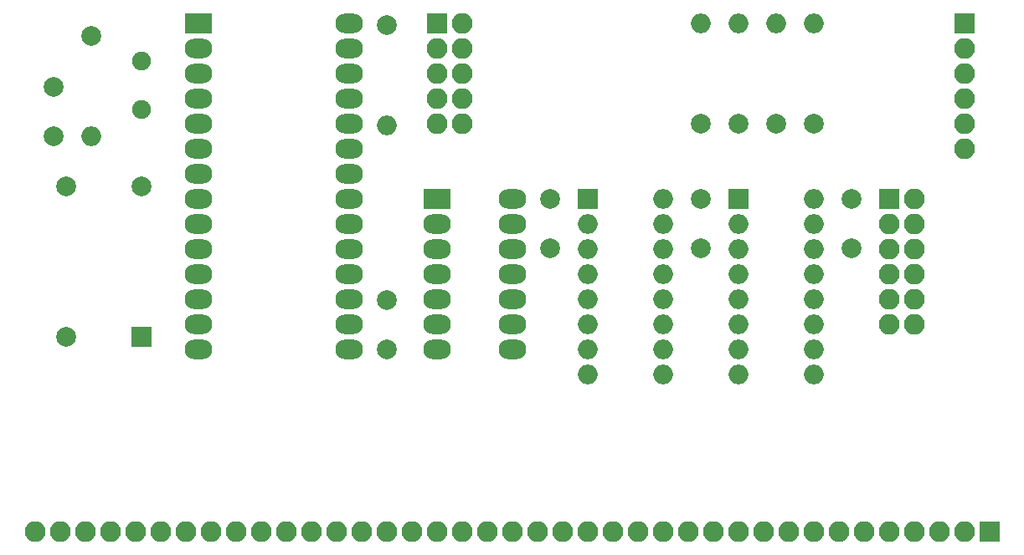
<source format=gbs>
G04 #@! TF.FileFunction,Soldermask,Bot*
%FSLAX46Y46*%
G04 Gerber Fmt 4.6, Leading zero omitted, Abs format (unit mm)*
G04 Created by KiCad (PCBNEW 4.0.7) date 01/25/20 12:18:52*
%MOMM*%
%LPD*%
G01*
G04 APERTURE LIST*
%ADD10C,0.100000*%
%ADD11C,2.000000*%
%ADD12R,2.100000X2.100000*%
%ADD13O,2.100000X2.100000*%
%ADD14R,2.000000X2.000000*%
%ADD15O,2.000000X2.000000*%
%ADD16R,2.800000X2.000000*%
%ADD17O,2.800000X2.000000*%
%ADD18C,1.900000*%
G04 APERTURE END LIST*
D10*
D11*
X98425000Y-107315000D03*
X98425000Y-102315000D03*
D12*
X193040000Y-147320000D03*
D13*
X190500000Y-147320000D03*
X187960000Y-147320000D03*
X185420000Y-147320000D03*
X182880000Y-147320000D03*
X180340000Y-147320000D03*
X177800000Y-147320000D03*
X175260000Y-147320000D03*
X172720000Y-147320000D03*
X170180000Y-147320000D03*
X167640000Y-147320000D03*
X165100000Y-147320000D03*
X162560000Y-147320000D03*
X160020000Y-147320000D03*
X157480000Y-147320000D03*
X154940000Y-147320000D03*
X152400000Y-147320000D03*
X149860000Y-147320000D03*
X147320000Y-147320000D03*
X144780000Y-147320000D03*
X142240000Y-147320000D03*
X139700000Y-147320000D03*
X137160000Y-147320000D03*
X134620000Y-147320000D03*
X132080000Y-147320000D03*
X129540000Y-147320000D03*
X127000000Y-147320000D03*
X124460000Y-147320000D03*
X121920000Y-147320000D03*
X119380000Y-147320000D03*
X116840000Y-147320000D03*
X114300000Y-147320000D03*
X111760000Y-147320000D03*
X109220000Y-147320000D03*
X106680000Y-147320000D03*
X104140000Y-147320000D03*
X101600000Y-147320000D03*
X99060000Y-147320000D03*
X96520000Y-147320000D03*
D14*
X167640000Y-113665000D03*
D15*
X175260000Y-131445000D03*
X167640000Y-116205000D03*
X175260000Y-128905000D03*
X167640000Y-118745000D03*
X175260000Y-126365000D03*
X167640000Y-121285000D03*
X175260000Y-123825000D03*
X167640000Y-123825000D03*
X175260000Y-121285000D03*
X167640000Y-126365000D03*
X175260000Y-118745000D03*
X167640000Y-128905000D03*
X175260000Y-116205000D03*
X167640000Y-131445000D03*
X175260000Y-113665000D03*
D14*
X152400000Y-113665000D03*
D15*
X160020000Y-131445000D03*
X152400000Y-116205000D03*
X160020000Y-128905000D03*
X152400000Y-118745000D03*
X160020000Y-126365000D03*
X152400000Y-121285000D03*
X160020000Y-123825000D03*
X152400000Y-123825000D03*
X160020000Y-121285000D03*
X152400000Y-126365000D03*
X160020000Y-118745000D03*
X152400000Y-128905000D03*
X160020000Y-116205000D03*
X152400000Y-131445000D03*
X160020000Y-113665000D03*
D12*
X182880000Y-113665000D03*
D13*
X185420000Y-113665000D03*
X182880000Y-116205000D03*
X185420000Y-116205000D03*
X182880000Y-118745000D03*
X185420000Y-118745000D03*
X182880000Y-121285000D03*
X185420000Y-121285000D03*
X182880000Y-123825000D03*
X185420000Y-123825000D03*
X182880000Y-126365000D03*
X185420000Y-126365000D03*
D11*
X132080000Y-128905000D03*
X132080000Y-123905000D03*
X179070000Y-113665000D03*
X179070000Y-118665000D03*
X148590000Y-113665000D03*
X148590000Y-118665000D03*
X163830000Y-113665000D03*
X163830000Y-118665000D03*
D14*
X107315000Y-127635000D03*
D11*
X99695000Y-127635000D03*
X99695000Y-112395000D03*
X107315000Y-112395000D03*
D12*
X137160000Y-95885000D03*
D13*
X139700000Y-95885000D03*
X137160000Y-98425000D03*
X139700000Y-98425000D03*
X137160000Y-100965000D03*
X139700000Y-100965000D03*
X137160000Y-103505000D03*
X139700000Y-103505000D03*
X137160000Y-106045000D03*
X139700000Y-106045000D03*
D12*
X190500000Y-95885000D03*
D13*
X190500000Y-98425000D03*
X190500000Y-100965000D03*
X190500000Y-103505000D03*
X190500000Y-106045000D03*
X190500000Y-108585000D03*
D11*
X132080000Y-96012000D03*
D15*
X132080000Y-106172000D03*
D11*
X102235000Y-97155000D03*
D15*
X102235000Y-107315000D03*
D11*
X167640000Y-106045000D03*
D15*
X167640000Y-95885000D03*
D11*
X171450000Y-106045000D03*
D15*
X171450000Y-95885000D03*
D11*
X175260000Y-106045000D03*
D15*
X175260000Y-95885000D03*
D11*
X163830000Y-106045000D03*
D15*
X163830000Y-95885000D03*
D16*
X113030000Y-95885000D03*
D17*
X128270000Y-128905000D03*
X113030000Y-98425000D03*
X128270000Y-126365000D03*
X113030000Y-100965000D03*
X128270000Y-123825000D03*
X113030000Y-103505000D03*
X128270000Y-121285000D03*
X113030000Y-106045000D03*
X128270000Y-118745000D03*
X113030000Y-108585000D03*
X128270000Y-116205000D03*
X113030000Y-111125000D03*
X128270000Y-113665000D03*
X113030000Y-113665000D03*
X128270000Y-111125000D03*
X113030000Y-116205000D03*
X128270000Y-108585000D03*
X113030000Y-118745000D03*
X128270000Y-106045000D03*
X113030000Y-121285000D03*
X128270000Y-103505000D03*
X113030000Y-123825000D03*
X128270000Y-100965000D03*
X113030000Y-126365000D03*
X128270000Y-98425000D03*
X113030000Y-128905000D03*
X128270000Y-95885000D03*
D16*
X137160000Y-113665000D03*
D17*
X144780000Y-128905000D03*
X137160000Y-116205000D03*
X144780000Y-126365000D03*
X137160000Y-118745000D03*
X144780000Y-123825000D03*
X137160000Y-121285000D03*
X144780000Y-121285000D03*
X137160000Y-123825000D03*
X144780000Y-118745000D03*
X137160000Y-126365000D03*
X144780000Y-116205000D03*
X137160000Y-128905000D03*
X144780000Y-113665000D03*
D18*
X107315000Y-99695000D03*
X107315000Y-104575000D03*
M02*

</source>
